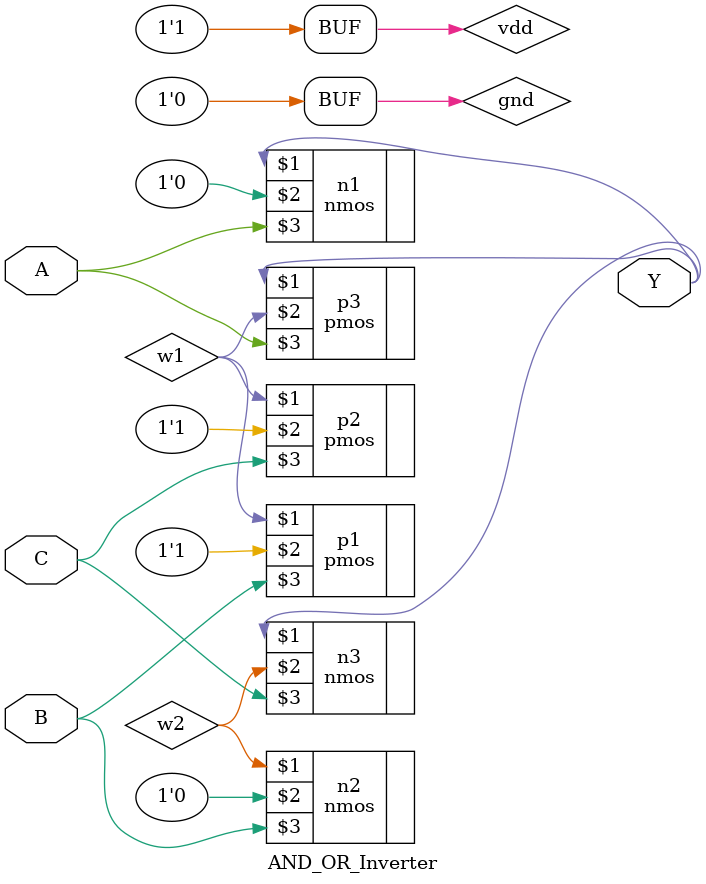
<source format=sv>
module AND_OR_Inverter(
    output      wire Y,
    input       wire A,
    input       wire B,
    input       wire C
);
    wire w1, w2;
    supply0 gnd;
    supply1 vdd;

    // pmos modulename(Drain, Source, Gate) where source is upside (conventionally vdd)
    // nmos modulename(Drain, Source, Gate) where source is downside (conventionally gnd)

    pmos    p1(w1, vdd, B);
    pmos    p2(w1, vdd, C);
    pmos    p3(Y, w1, A);

    nmos    n1(Y, gnd, A);
    nmos    n2(w2, gnd, B);
    nmos    n3(Y, w2, C);

endmodule
</source>
